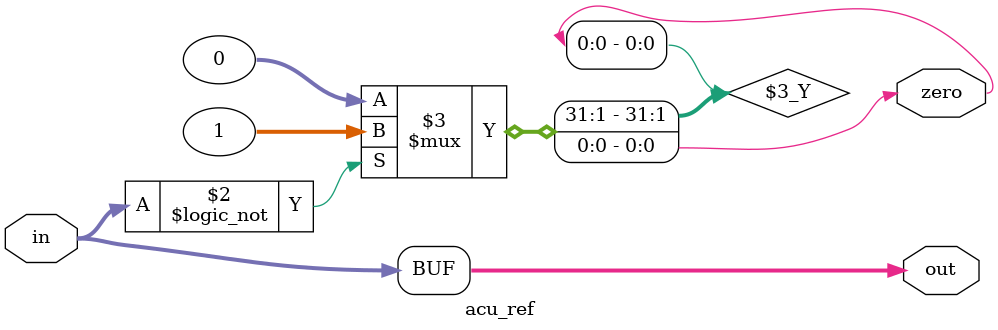
<source format=v>
module acu_ref(in, out, zero);

parameter WIDTH = 16;

input [WIDTH-1:0] in;
output reg zero;
output reg [WIDTH-1:0] out;

initial begin
    out <= 16'd0;
    zero <= 0;
end

always @(*) begin
    out <= in;
    zero <= (in == 0) ? 1 : 0;
end

endmodule
</source>
